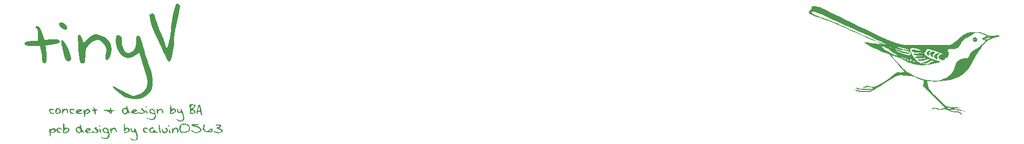
<source format=gbr>
%TF.GenerationSoftware,KiCad,Pcbnew,(7.0.0)*%
%TF.CreationDate,2023-09-12T00:15:12+02:00*%
%TF.ProjectId,tinyv pcb,74696e79-7620-4706-9362-2e6b69636164,rev?*%
%TF.SameCoordinates,Original*%
%TF.FileFunction,Legend,Top*%
%TF.FilePolarity,Positive*%
%FSLAX46Y46*%
G04 Gerber Fmt 4.6, Leading zero omitted, Abs format (unit mm)*
G04 Created by KiCad (PCBNEW (7.0.0)) date 2023-09-12 00:15:12*
%MOMM*%
%LPD*%
G01*
G04 APERTURE LIST*
G04 APERTURE END LIST*
%TO.C,G\u002A\u002A\u002A*%
G36*
X78545045Y-77082462D02*
G01*
X78863428Y-77361081D01*
X79086524Y-77703442D01*
X79132609Y-77977821D01*
X78983847Y-78207298D01*
X78697976Y-78211085D01*
X78316890Y-77994136D01*
X78164985Y-77863444D01*
X77864052Y-77493602D01*
X77798983Y-77195309D01*
X77967222Y-77009191D01*
X78221399Y-76967406D01*
X78545045Y-77082462D01*
G37*
G36*
X78609895Y-80099652D02*
G01*
X78876457Y-80522374D01*
X79181312Y-81139405D01*
X79509748Y-81935669D01*
X79533518Y-81998462D01*
X79731730Y-82561186D01*
X79808540Y-82923901D01*
X79760757Y-83153551D01*
X79585190Y-83317080D01*
X79467424Y-83384913D01*
X79190742Y-83434075D01*
X78971173Y-83271945D01*
X78781151Y-82938347D01*
X78585073Y-82381680D01*
X78402360Y-81669716D01*
X78252431Y-80870226D01*
X78220798Y-80653326D01*
X78187077Y-80148074D01*
X78250494Y-79897427D01*
X78396337Y-79886311D01*
X78609895Y-80099652D01*
G37*
G36*
X74431021Y-77635431D02*
G01*
X74654874Y-77909948D01*
X74889974Y-78408118D01*
X75134726Y-79096216D01*
X75377111Y-79838244D01*
X76509376Y-79772698D01*
X77108542Y-79748969D01*
X77487845Y-79769070D01*
X77717376Y-79842729D01*
X77850510Y-79958823D01*
X77950696Y-80207570D01*
X77788034Y-80405744D01*
X77353904Y-80558072D01*
X76639684Y-80669277D01*
X76534658Y-80680092D01*
X75514703Y-80780595D01*
X75624735Y-81173139D01*
X75679367Y-81513156D01*
X75718748Y-82035055D01*
X75734728Y-82628848D01*
X75734767Y-82657985D01*
X75724138Y-83232063D01*
X75683678Y-83574372D01*
X75600530Y-83744602D01*
X75489156Y-83798114D01*
X75237353Y-83721318D01*
X75079222Y-83538899D01*
X74967581Y-83154563D01*
X74957466Y-82836701D01*
X74946035Y-82466441D01*
X74869557Y-81962005D01*
X74805426Y-81675165D01*
X74610819Y-80908786D01*
X73475437Y-80908786D01*
X72828466Y-80890764D01*
X72417181Y-80830521D01*
X72187181Y-80718795D01*
X72153195Y-80683633D01*
X72062600Y-80421687D01*
X72227325Y-80214736D01*
X72611357Y-80098773D01*
X72749537Y-80087665D01*
X73201592Y-80069947D01*
X73707615Y-80051988D01*
X73732214Y-80051171D01*
X74284259Y-80032924D01*
X74279628Y-79011840D01*
X74257036Y-78416435D01*
X74192766Y-78084679D01*
X74092525Y-77990001D01*
X73930882Y-77871649D01*
X73910054Y-77770280D01*
X74031358Y-77591884D01*
X74198259Y-77551314D01*
X74431021Y-77635431D01*
G37*
G36*
X84306095Y-79029577D02*
G01*
X84523484Y-79100905D01*
X85385314Y-79480122D01*
X85982524Y-79955122D01*
X86332609Y-80546532D01*
X86453063Y-81274984D01*
X86452858Y-81375962D01*
X86387677Y-82101573D01*
X86232767Y-82685239D01*
X86007289Y-83075534D01*
X85766585Y-83218076D01*
X85524451Y-83164529D01*
X85436870Y-82900548D01*
X85501066Y-82409341D01*
X85581786Y-82099019D01*
X85620660Y-81532897D01*
X85460479Y-80956070D01*
X85147615Y-80441426D01*
X84728439Y-80061855D01*
X84249321Y-79890246D01*
X84174498Y-79886947D01*
X83586150Y-80022165D01*
X82998450Y-80400448D01*
X82566738Y-80860393D01*
X82356486Y-81168452D01*
X82230098Y-81473119D01*
X82164049Y-81867135D01*
X82134811Y-82443243D01*
X82131590Y-82575776D01*
X82110700Y-83167494D01*
X82070365Y-83527169D01*
X81995670Y-83714678D01*
X81871695Y-83789898D01*
X81826863Y-83798876D01*
X81514026Y-83730986D01*
X81345168Y-83597656D01*
X81261358Y-83363390D01*
X81175037Y-82890648D01*
X81091760Y-82232798D01*
X81017086Y-81443206D01*
X80956569Y-80575240D01*
X80915767Y-79682266D01*
X80907689Y-79396021D01*
X80963473Y-79081187D01*
X81118131Y-78994201D01*
X81321812Y-79111678D01*
X81524667Y-79410234D01*
X81647389Y-79743026D01*
X81809222Y-80344026D01*
X82376205Y-79831790D01*
X82801615Y-79481215D01*
X83225573Y-79183610D01*
X83383442Y-79091891D01*
X83678094Y-78964123D01*
X83944719Y-78943028D01*
X84306095Y-79029577D01*
G37*
G36*
X97423562Y-73870630D02*
G01*
X97605372Y-73973956D01*
X97743807Y-74107345D01*
X97799900Y-74294426D01*
X97780551Y-74614613D01*
X97702529Y-75092334D01*
X97593948Y-75644193D01*
X97438584Y-76364393D01*
X97261598Y-77138325D01*
X97162704Y-77551314D01*
X97005889Y-78272057D01*
X96886273Y-78973089D01*
X96819335Y-79554783D01*
X96811143Y-79813958D01*
X96797539Y-80517216D01*
X96724175Y-81258115D01*
X96604126Y-81979537D01*
X96450467Y-82624362D01*
X96276272Y-83135470D01*
X96094616Y-83455741D01*
X95959094Y-83536372D01*
X95865954Y-83411300D01*
X95669332Y-83063429D01*
X95390800Y-82533777D01*
X95051925Y-81863364D01*
X94674277Y-81093206D01*
X94673335Y-81091257D01*
X94071648Y-79819275D01*
X93602454Y-78761672D01*
X93251095Y-77880672D01*
X93002909Y-77138496D01*
X92843236Y-76497369D01*
X92802333Y-76269964D01*
X92764283Y-75870479D01*
X92835454Y-75648936D01*
X93001284Y-75524633D01*
X93294785Y-75460494D01*
X93503533Y-75646408D01*
X93646230Y-76100597D01*
X93658132Y-76164533D01*
X93740540Y-76449198D01*
X93916066Y-76943588D01*
X94162659Y-77589147D01*
X94458268Y-78327323D01*
X94620189Y-78719131D01*
X94925262Y-79466217D01*
X95185471Y-80135391D01*
X95380944Y-80672998D01*
X95491810Y-81025382D01*
X95509518Y-81120452D01*
X95561839Y-81302285D01*
X95651355Y-81266429D01*
X95738295Y-81067876D01*
X95852978Y-80659075D01*
X95981021Y-80112536D01*
X96108035Y-79500769D01*
X96219636Y-78896286D01*
X96301438Y-78371597D01*
X96339055Y-77999212D01*
X96327347Y-77859160D01*
X96314608Y-77649172D01*
X96366347Y-77225339D01*
X96467488Y-76654145D01*
X96602961Y-76002076D01*
X96757691Y-75335620D01*
X96916607Y-74721261D01*
X97064636Y-74225485D01*
X97186704Y-73914778D01*
X97236897Y-73847120D01*
X97423562Y-73870630D01*
G37*
G36*
X87872723Y-79168763D02*
G01*
X88105736Y-79336061D01*
X88176850Y-79564641D01*
X88139585Y-79906050D01*
X88142428Y-80512935D01*
X88326882Y-81081442D01*
X88618770Y-81640085D01*
X88909684Y-81946894D01*
X89248846Y-82037643D01*
X89568993Y-81984170D01*
X90037898Y-81706382D01*
X90361038Y-81189939D01*
X90528696Y-80454505D01*
X90551207Y-79996429D01*
X90562741Y-79520087D01*
X90613025Y-79267175D01*
X90726075Y-79169541D01*
X90847000Y-79157062D01*
X91021656Y-79195689D01*
X91171084Y-79339886D01*
X91314824Y-79632130D01*
X91472418Y-80114894D01*
X91663407Y-80830653D01*
X91719063Y-81052590D01*
X91881483Y-81640986D01*
X92113491Y-82398684D01*
X92382255Y-83221586D01*
X92617493Y-83901314D01*
X92892538Y-84697673D01*
X93074802Y-85309020D01*
X93182558Y-85820350D01*
X93234080Y-86316659D01*
X93247517Y-86831722D01*
X93240120Y-87442291D01*
X93197843Y-87852912D01*
X93099027Y-88155292D01*
X92922014Y-88441137D01*
X92842115Y-88548300D01*
X92259596Y-89133601D01*
X91553787Y-89495351D01*
X90678103Y-89654034D01*
X90301789Y-89665381D01*
X89562927Y-89621102D01*
X88981763Y-89475266D01*
X88683035Y-89342086D01*
X88286342Y-89102962D01*
X87838457Y-88778680D01*
X87393924Y-88416891D01*
X87007284Y-88065247D01*
X86733081Y-87771400D01*
X86625855Y-87583002D01*
X86635375Y-87553116D01*
X86797390Y-87574856D01*
X87140635Y-87722740D01*
X87599352Y-87967245D01*
X87738694Y-88048503D01*
X88228785Y-88328856D01*
X88630036Y-88538575D01*
X88871295Y-88641014D01*
X88897997Y-88645567D01*
X89111263Y-88728982D01*
X89414702Y-88930710D01*
X89427548Y-88940745D01*
X89761825Y-89134392D01*
X90145327Y-89171251D01*
X90404080Y-89139775D01*
X91212831Y-88885810D01*
X91833358Y-88431359D01*
X92239644Y-87808625D01*
X92405674Y-87049812D01*
X92395305Y-86674878D01*
X92333868Y-86339466D01*
X92204487Y-85805863D01*
X92026309Y-85139540D01*
X91818482Y-84405966D01*
X91600153Y-83670612D01*
X91390470Y-82998946D01*
X91208582Y-82456439D01*
X91073634Y-82108561D01*
X91041356Y-82045432D01*
X90908760Y-82060042D01*
X90679291Y-82240698D01*
X90335214Y-82503602D01*
X89901972Y-82739403D01*
X89866620Y-82754570D01*
X89211716Y-82894274D01*
X88606998Y-82770820D01*
X88078187Y-82411980D01*
X87651006Y-81845523D01*
X87351176Y-81099219D01*
X87204420Y-80200840D01*
X87193962Y-79869067D01*
X87235976Y-79349196D01*
X87376010Y-79089281D01*
X87635049Y-79067669D01*
X87872723Y-79168763D01*
G37*
G36*
X86371578Y-90940712D02*
G01*
X86359597Y-90992603D01*
X86313388Y-90998903D01*
X86241543Y-90966966D01*
X86255198Y-90940712D01*
X86358785Y-90930266D01*
X86371578Y-90940712D01*
G37*
G36*
X92229784Y-90867642D02*
G01*
X92316066Y-90982537D01*
X92278077Y-91071574D01*
X92212415Y-91086188D01*
X92092175Y-91015910D01*
X92074213Y-90947986D01*
X92125093Y-90852400D01*
X92229784Y-90867642D01*
G37*
G36*
X84511353Y-94043487D02*
G01*
X84524041Y-94053885D01*
X84632520Y-94158474D01*
X84654969Y-94195501D01*
X84583685Y-94224814D01*
X84524041Y-94228456D01*
X84410843Y-94157780D01*
X84393113Y-94086840D01*
X84416071Y-93994218D01*
X84511353Y-94043487D01*
G37*
G36*
X96011019Y-94029671D02*
G01*
X96082229Y-94158052D01*
X96081784Y-94260493D01*
X96078295Y-94263913D01*
X95979447Y-94265338D01*
X95936584Y-94252875D01*
X95846642Y-94161893D01*
X95834415Y-94037658D01*
X95905712Y-93967315D01*
X95917502Y-93966600D01*
X96011019Y-94029671D01*
G37*
G36*
X92233384Y-91508225D02*
G01*
X92330814Y-91680472D01*
X92404284Y-91882412D01*
X92423354Y-92006790D01*
X92370639Y-92118946D01*
X92268287Y-92111474D01*
X92209692Y-92024504D01*
X92134614Y-91731806D01*
X92110307Y-91522661D01*
X92140972Y-91435830D01*
X92145825Y-91435329D01*
X92233384Y-91508225D01*
G37*
G36*
X96065729Y-94748205D02*
G01*
X96122658Y-94872760D01*
X96195887Y-95096780D01*
X96204886Y-95264309D01*
X96161376Y-95343444D01*
X96077080Y-95302284D01*
X96004753Y-95193648D01*
X95938796Y-94960722D01*
X95936736Y-94769672D01*
X95961293Y-94631807D01*
X95996316Y-94620229D01*
X96065729Y-94748205D01*
G37*
G36*
X84565126Y-94602736D02*
G01*
X84567684Y-94610580D01*
X84598106Y-94704388D01*
X84673756Y-94896781D01*
X84699783Y-94959721D01*
X84777492Y-95163591D01*
X84780243Y-95254114D01*
X84707651Y-95275785D01*
X84697044Y-95275878D01*
X84558238Y-95215875D01*
X84528592Y-95166772D01*
X84449254Y-94854158D01*
X84432770Y-94648657D01*
X84478736Y-94577597D01*
X84565126Y-94602736D01*
G37*
G36*
X94329723Y-93914363D02*
G01*
X94411860Y-94043751D01*
X94431859Y-94168143D01*
X94457389Y-94362538D01*
X94521194Y-94640580D01*
X94563616Y-94790616D01*
X94623400Y-95059159D01*
X94627603Y-95251300D01*
X94584584Y-95340456D01*
X94502703Y-95300042D01*
X94435671Y-95197482D01*
X94372243Y-95017790D01*
X94320654Y-94763558D01*
X94284666Y-94480356D01*
X94268042Y-94213754D01*
X94274544Y-94009321D01*
X94307936Y-93912629D01*
X94329723Y-93914363D01*
G37*
G36*
X92300381Y-94450644D02*
G01*
X92465639Y-94566605D01*
X92510639Y-94674757D01*
X92440269Y-94690276D01*
X92268479Y-94645353D01*
X92244856Y-94636681D01*
X92046448Y-94580769D01*
X91937521Y-94615826D01*
X91899217Y-94665571D01*
X91874832Y-94845951D01*
X91987711Y-95023621D01*
X92204527Y-95158812D01*
X92346199Y-95198924D01*
X92522843Y-95233105D01*
X92548741Y-95250491D01*
X92414503Y-95259781D01*
X92275554Y-95264388D01*
X92007544Y-95248332D01*
X91841883Y-95162695D01*
X91773664Y-95081886D01*
X91651967Y-94809169D01*
X91681645Y-94586223D01*
X91849843Y-94442084D01*
X92074213Y-94403026D01*
X92300381Y-94450644D01*
G37*
G36*
X80163277Y-91299526D02*
G01*
X80273251Y-91365500D01*
X80371505Y-91504545D01*
X80340416Y-91565700D01*
X80209161Y-91525685D01*
X79981041Y-91446540D01*
X79788235Y-91449997D01*
X79685121Y-91531889D01*
X79679711Y-91566256D01*
X79748743Y-91750009D01*
X79912732Y-91918507D01*
X80107017Y-92016709D01*
X80211492Y-92018924D01*
X80346328Y-92016503D01*
X80377993Y-92054497D01*
X80306344Y-92121790D01*
X80132793Y-92136113D01*
X79919435Y-92104330D01*
X79728364Y-92033305D01*
X79649597Y-91973988D01*
X79537609Y-91770322D01*
X79511435Y-91545930D01*
X79571726Y-91367971D01*
X79643207Y-91313739D01*
X79913654Y-91262754D01*
X80163277Y-91299526D01*
G37*
G36*
X95637726Y-94469582D02*
G01*
X95744264Y-94633046D01*
X95798224Y-94846754D01*
X95782491Y-95018256D01*
X95673194Y-95143138D01*
X95465833Y-95265811D01*
X95233242Y-95348458D01*
X95118183Y-95363164D01*
X95023678Y-95297622D01*
X94903373Y-95145587D01*
X94804992Y-94869273D01*
X94826823Y-94687339D01*
X94892835Y-94446669D01*
X94958656Y-94741629D01*
X95065392Y-95019285D01*
X95223479Y-95132725D01*
X95408170Y-95092147D01*
X95527930Y-94967230D01*
X95562166Y-94810774D01*
X95507808Y-94690922D01*
X95427420Y-94664882D01*
X95329875Y-94618654D01*
X95345319Y-94521207D01*
X95453741Y-94434392D01*
X95507137Y-94418496D01*
X95637726Y-94469582D01*
G37*
G36*
X76802218Y-91317143D02*
G01*
X76942118Y-91429807D01*
X76959794Y-91478971D01*
X76964843Y-91595208D01*
X76896078Y-91561797D01*
X76877599Y-91544435D01*
X76701615Y-91447617D01*
X76516189Y-91440894D01*
X76386655Y-91517673D01*
X76362873Y-91596371D01*
X76434883Y-91804308D01*
X76608083Y-91961106D01*
X76818228Y-92016072D01*
X76880329Y-92004668D01*
X77025649Y-91993726D01*
X77061155Y-92040443D01*
X76983714Y-92098683D01*
X76790167Y-92131174D01*
X76710602Y-92133610D01*
X76472247Y-92115586D01*
X76332782Y-92031266D01*
X76217785Y-91835279D01*
X76216366Y-91832305D01*
X76129847Y-91615681D01*
X76133349Y-91478346D01*
X76188486Y-91391465D01*
X76358237Y-91290352D01*
X76585203Y-91268118D01*
X76802218Y-91317143D01*
G37*
G36*
X79101808Y-91328477D02*
G01*
X79270867Y-91498417D01*
X79315258Y-91640700D01*
X79314198Y-91875931D01*
X79278502Y-92031877D01*
X79228026Y-92090101D01*
X79185552Y-91995669D01*
X79162887Y-91880794D01*
X79084230Y-91649802D01*
X78962272Y-91493305D01*
X78954140Y-91488010D01*
X78817376Y-91445156D01*
X78688218Y-91527719D01*
X78626820Y-91597748D01*
X78502490Y-91816810D01*
X78457718Y-92012352D01*
X78438618Y-92192247D01*
X78392139Y-92223628D01*
X78334517Y-92127014D01*
X78281985Y-91922926D01*
X78260172Y-91762648D01*
X78239220Y-91433937D01*
X78258336Y-91272387D01*
X78318226Y-91275088D01*
X78363481Y-91336795D01*
X78445811Y-91407081D01*
X78578288Y-91360768D01*
X78616343Y-91337745D01*
X78864337Y-91266556D01*
X79101808Y-91328477D01*
G37*
G36*
X86992754Y-94437347D02*
G01*
X87131714Y-94518796D01*
X87283776Y-94687668D01*
X87362875Y-94908917D01*
X87355886Y-95116506D01*
X87273526Y-95232236D01*
X87208333Y-95201833D01*
X87186240Y-95069051D01*
X87132057Y-94841680D01*
X86999260Y-94677250D01*
X86832481Y-94624444D01*
X86788506Y-94635217D01*
X86614312Y-94783738D01*
X86505494Y-95032272D01*
X86487959Y-95182855D01*
X86452451Y-95327777D01*
X86400673Y-95363164D01*
X86326185Y-95291071D01*
X86312428Y-95210415D01*
X86300646Y-95026552D01*
X86272754Y-94766330D01*
X86265369Y-94708525D01*
X86244806Y-94499659D01*
X86264042Y-94440035D01*
X86323785Y-94500145D01*
X86413423Y-94589145D01*
X86523220Y-94579127D01*
X86665459Y-94504797D01*
X86849296Y-94419143D01*
X86992754Y-94437347D01*
G37*
G36*
X94068134Y-91332171D02*
G01*
X94081773Y-91405214D01*
X94094248Y-91501062D01*
X94161430Y-91474848D01*
X94241395Y-91405214D01*
X94483489Y-91280118D01*
X94725403Y-91301841D01*
X94923110Y-91448229D01*
X95032580Y-91697130D01*
X95041911Y-91808012D01*
X95012175Y-92014860D01*
X94946263Y-92082079D01*
X94879114Y-92000072D01*
X94851173Y-91860393D01*
X94787921Y-91636940D01*
X94676058Y-91491443D01*
X94501566Y-91468270D01*
X94331006Y-91575197D01*
X94206726Y-91772037D01*
X94169058Y-91972568D01*
X94142512Y-92150492D01*
X94081773Y-92220896D01*
X94007284Y-92148803D01*
X93993527Y-92068146D01*
X93978965Y-91881913D01*
X93944533Y-91625720D01*
X93938464Y-91588078D01*
X93922316Y-91346287D01*
X93979207Y-91260890D01*
X93983067Y-91260758D01*
X94068134Y-91332171D01*
G37*
G36*
X97243381Y-94463067D02*
G01*
X97453379Y-94598962D01*
X97511530Y-94673193D01*
X97554770Y-94840622D01*
X97537727Y-95045149D01*
X97474916Y-95214158D01*
X97391067Y-95275878D01*
X97338346Y-95208554D01*
X97351066Y-95113605D01*
X97361264Y-94864249D01*
X97244164Y-94673942D01*
X97161027Y-94625884D01*
X96983383Y-94638711D01*
X96820173Y-94775944D01*
X96716162Y-94990073D01*
X96700330Y-95114836D01*
X96667782Y-95313455D01*
X96578290Y-95360175D01*
X96496664Y-95304974D01*
X96463786Y-95190765D01*
X96444030Y-94963329D01*
X96441250Y-94803083D01*
X96448522Y-94551402D01*
X96472889Y-94448475D01*
X96524454Y-94468626D01*
X96557232Y-94508375D01*
X96655551Y-94608925D01*
X96748952Y-94575374D01*
X96814939Y-94512864D01*
X97007551Y-94429070D01*
X97243381Y-94463067D01*
G37*
G36*
X86379003Y-91160885D02*
G01*
X86400673Y-91304401D01*
X86416762Y-91437022D01*
X86495433Y-91503606D01*
X86682297Y-91529481D01*
X86815278Y-91534633D01*
X87229883Y-91546652D01*
X86817197Y-91636189D01*
X86570838Y-91698701D01*
X86458726Y-91765376D01*
X86442619Y-91867261D01*
X86455697Y-91929668D01*
X86468687Y-92090699D01*
X86388465Y-92112750D01*
X86209801Y-91995752D01*
X86126949Y-91925386D01*
X85885668Y-91777439D01*
X85588836Y-91674968D01*
X85537773Y-91665257D01*
X85271467Y-91602777D01*
X85166321Y-91537408D01*
X85209815Y-91483847D01*
X85389426Y-91456793D01*
X85692635Y-91470943D01*
X85702392Y-91472031D01*
X85991562Y-91501500D01*
X86148072Y-91497929D01*
X86212642Y-91448622D01*
X86225995Y-91340882D01*
X86226103Y-91308735D01*
X86255451Y-91142637D01*
X86313388Y-91086188D01*
X86379003Y-91160885D01*
G37*
G36*
X77211571Y-91879176D02*
G01*
X77367774Y-91879176D01*
X77411177Y-91948262D01*
X77580058Y-91945395D01*
X77611293Y-91942405D01*
X77809189Y-91898621D01*
X77883715Y-91792557D01*
X77890364Y-91706697D01*
X77841555Y-91535935D01*
X77728852Y-91396036D01*
X77602846Y-91337293D01*
X77542717Y-91361098D01*
X77485847Y-91472912D01*
X77416559Y-91675525D01*
X77412208Y-91690517D01*
X77367774Y-91879176D01*
X77211571Y-91879176D01*
X77193797Y-91655946D01*
X77238175Y-91383746D01*
X77369830Y-91230397D01*
X77598838Y-91174747D01*
X77652885Y-91173473D01*
X77864477Y-91243579D01*
X78018793Y-91418085D01*
X78098117Y-91643271D01*
X78084732Y-91865417D01*
X77960920Y-92030805D01*
X77939745Y-92043254D01*
X77756867Y-92102986D01*
X77533302Y-92130419D01*
X77335637Y-92123227D01*
X77230457Y-92079088D01*
X77226618Y-92068146D01*
X77211571Y-91879176D01*
G37*
G36*
X83621488Y-91063385D02*
G01*
X83700420Y-91231814D01*
X83816542Y-91397259D01*
X83978713Y-91422059D01*
X84141548Y-91434157D01*
X84199435Y-91481303D01*
X84145525Y-91555594D01*
X84021044Y-91592138D01*
X83886014Y-91633462D01*
X83842235Y-91745834D01*
X83853310Y-91919458D01*
X83853494Y-92134875D01*
X83796272Y-92220650D01*
X83791666Y-92220896D01*
X83690750Y-92189347D01*
X83683921Y-92177253D01*
X83654892Y-92061137D01*
X83651189Y-92046325D01*
X83627627Y-91890799D01*
X83618457Y-91784470D01*
X83565206Y-91655222D01*
X83398516Y-91611031D01*
X83345691Y-91609899D01*
X83161833Y-91584616D01*
X83083855Y-91523700D01*
X83083835Y-91522614D01*
X83158852Y-91458163D01*
X83312959Y-91435329D01*
X83468617Y-91417429D01*
X83511734Y-91328138D01*
X83488843Y-91169134D01*
X83478909Y-90993603D01*
X83531716Y-90960899D01*
X83621488Y-91063385D01*
G37*
G36*
X93394625Y-94460739D02*
G01*
X93461169Y-94560760D01*
X93399935Y-94580557D01*
X93282200Y-94561622D01*
X93068828Y-94589863D01*
X92937928Y-94731245D01*
X92921622Y-94931760D01*
X92983922Y-95063146D01*
X93138019Y-95166539D01*
X93292159Y-95130851D01*
X93379757Y-94978356D01*
X93383491Y-94929477D01*
X93437427Y-94785157D01*
X93514419Y-94752167D01*
X93629616Y-94822210D01*
X93645347Y-94885277D01*
X93723740Y-94999371D01*
X93905786Y-95070475D01*
X94087020Y-95131871D01*
X94111019Y-95197070D01*
X93993568Y-95246656D01*
X93750711Y-95261223D01*
X93484145Y-95270251D01*
X93267458Y-95305768D01*
X93252563Y-95310452D01*
X93030813Y-95304624D01*
X92881601Y-95230594D01*
X92717278Y-95026293D01*
X92709203Y-94782089D01*
X92857086Y-94535349D01*
X92887227Y-94505526D01*
X93092709Y-94349259D01*
X93248885Y-94337308D01*
X93394625Y-94460739D01*
G37*
G36*
X80655446Y-91587794D02*
G01*
X80888895Y-91587794D01*
X80901743Y-91631639D01*
X81060148Y-91625723D01*
X81095354Y-91620272D01*
X81268252Y-91586148D01*
X81279345Y-91561534D01*
X81175314Y-91540311D01*
X80983157Y-91545278D01*
X80888895Y-91587794D01*
X80655446Y-91587794D01*
X80767016Y-91475237D01*
X81024524Y-91369610D01*
X81226624Y-91348043D01*
X81420842Y-91357805D01*
X81511771Y-91381601D01*
X81512701Y-91384547D01*
X81539791Y-91487371D01*
X81563637Y-91553789D01*
X81548865Y-91653774D01*
X81400545Y-91738721D01*
X81236318Y-91790230D01*
X81017677Y-91857933D01*
X80950508Y-91906948D01*
X81015262Y-91953614D01*
X81032632Y-91960468D01*
X81251371Y-91995286D01*
X81447237Y-91982111D01*
X81630613Y-91978193D01*
X81687271Y-92035415D01*
X81610556Y-92094027D01*
X81418522Y-92126100D01*
X81168334Y-92131997D01*
X80917157Y-92112081D01*
X80722158Y-92066716D01*
X80657306Y-92028868D01*
X80557313Y-91836071D01*
X80602581Y-91641126D01*
X80655446Y-91587794D01*
G37*
G36*
X80565762Y-94733687D02*
G01*
X80743867Y-94733687D01*
X80801073Y-94975946D01*
X80943104Y-95148975D01*
X81112472Y-95183640D01*
X81255492Y-95080658D01*
X81302572Y-94969247D01*
X81296583Y-94720965D01*
X81165288Y-94545922D01*
X80975563Y-94490311D01*
X80805990Y-94557569D01*
X80743867Y-94733687D01*
X80565762Y-94733687D01*
X80561610Y-94672358D01*
X80669819Y-94437032D01*
X80758478Y-94359416D01*
X80958295Y-94277606D01*
X81107619Y-94279457D01*
X81212078Y-94281707D01*
X81251031Y-94155215D01*
X81253621Y-94085045D01*
X81262578Y-93917689D01*
X81303632Y-93906764D01*
X81384549Y-94005104D01*
X81488184Y-94227253D01*
X81512701Y-94380401D01*
X81567495Y-94655271D01*
X81704015Y-94938374D01*
X81880464Y-95148944D01*
X81927304Y-95181601D01*
X82007251Y-95250262D01*
X81961996Y-95273028D01*
X81834899Y-95249405D01*
X81679472Y-95184419D01*
X81503329Y-95144129D01*
X81373478Y-95228062D01*
X81145473Y-95351464D01*
X80895682Y-95311562D01*
X80727134Y-95188593D01*
X80579947Y-94943189D01*
X80565762Y-94733687D01*
G37*
G36*
X78460962Y-95096496D02*
G01*
X78632108Y-95096496D01*
X78669737Y-95189810D01*
X78827179Y-95167496D01*
X79073049Y-95055424D01*
X79269923Y-94908322D01*
X79324125Y-94761712D01*
X79227116Y-94645959D01*
X79192504Y-94630578D01*
X78982045Y-94583920D01*
X78835844Y-94658962D01*
X78705918Y-94880545D01*
X78704760Y-94883095D01*
X78632108Y-95096496D01*
X78460962Y-95096496D01*
X78452630Y-94998793D01*
X78444715Y-94701725D01*
X78447215Y-94375830D01*
X78459714Y-94069559D01*
X78481797Y-93831363D01*
X78513051Y-93709695D01*
X78515099Y-93707272D01*
X78585931Y-93719196D01*
X78657426Y-93851953D01*
X78707554Y-94053286D01*
X78718237Y-94189108D01*
X78733402Y-94366667D01*
X78811953Y-94430439D01*
X79007217Y-94421670D01*
X79017390Y-94420489D01*
X79247402Y-94422584D01*
X79397557Y-94522361D01*
X79464141Y-94613023D01*
X79548921Y-94819327D01*
X79492290Y-94990206D01*
X79281719Y-95146389D01*
X79086825Y-95237279D01*
X78813602Y-95333827D01*
X78622834Y-95347886D01*
X78501361Y-95312644D01*
X78471374Y-95218583D01*
X78460962Y-95096496D01*
G37*
G36*
X96117999Y-91951132D02*
G01*
X96308881Y-91951132D01*
X96319540Y-92028081D01*
X96438380Y-92008149D01*
X96666208Y-91917045D01*
X96873553Y-91785613D01*
X96952704Y-91642989D01*
X96900186Y-91527885D01*
X96712525Y-91479010D01*
X96705530Y-91478971D01*
X96527603Y-91532684D01*
X96398158Y-91718331D01*
X96379155Y-91762648D01*
X96308881Y-91951132D01*
X96117999Y-91951132D01*
X96118236Y-91950097D01*
X96146399Y-91759388D01*
X96166902Y-91458428D01*
X96175405Y-91111503D01*
X96175427Y-91102858D01*
X96186934Y-90758729D01*
X96218432Y-90560060D01*
X96263904Y-90518834D01*
X96316757Y-90631802D01*
X96347776Y-90853373D01*
X96351189Y-90963482D01*
X96357958Y-91199557D01*
X96391427Y-91296125D01*
X96471344Y-91288111D01*
X96520771Y-91263428D01*
X96748841Y-91228167D01*
X96987410Y-91312233D01*
X97160378Y-91483377D01*
X97187859Y-91546119D01*
X97173384Y-91754135D01*
X97011122Y-91933647D01*
X96727707Y-92063395D01*
X96478346Y-92112466D01*
X96230119Y-92135577D01*
X96115878Y-92119117D01*
X96096414Y-92045409D01*
X96117999Y-91951132D01*
G37*
G36*
X88497279Y-95130478D02*
G01*
X88540938Y-95130478D01*
X88554903Y-95164740D01*
X88700645Y-95158996D01*
X88756205Y-95150351D01*
X88998613Y-95080484D01*
X89174982Y-94982526D01*
X89182746Y-94975200D01*
X89262302Y-94803355D01*
X89202443Y-94648737D01*
X89030337Y-94577760D01*
X89020098Y-94577597D01*
X88841167Y-94659101D01*
X88735459Y-94817631D01*
X88630723Y-95015084D01*
X88540938Y-95130478D01*
X88497279Y-95130478D01*
X88482297Y-94961943D01*
X88477352Y-94664775D01*
X88486089Y-94343757D01*
X88507028Y-94045981D01*
X88538688Y-93818539D01*
X88579587Y-93708522D01*
X88589217Y-93704744D01*
X88638247Y-93782584D01*
X88666970Y-93978712D01*
X88670089Y-94082411D01*
X88676851Y-94316569D01*
X88719749Y-94419482D01*
X88832706Y-94434458D01*
X88935388Y-94421139D01*
X89234510Y-94450387D01*
X89371814Y-94537070D01*
X89527525Y-94746202D01*
X89510761Y-94937543D01*
X89320849Y-95113287D01*
X89171979Y-95190944D01*
X88890698Y-95309586D01*
X88714120Y-95353278D01*
X88593421Y-95330151D01*
X88539161Y-95296363D01*
X88502407Y-95188169D01*
X88497279Y-95130478D01*
G37*
G36*
X102422419Y-94937425D02*
G01*
X102635725Y-94937425D01*
X102703149Y-95002176D01*
X102849802Y-95007819D01*
X102992257Y-94958633D01*
X103034540Y-94916979D01*
X103035867Y-94802401D01*
X102931639Y-94731852D01*
X102790676Y-94741119D01*
X102747759Y-94767848D01*
X102648998Y-94890356D01*
X102635725Y-94937425D01*
X102422419Y-94937425D01*
X102505921Y-94817631D01*
X102671643Y-94643581D01*
X102842750Y-94592594D01*
X103093480Y-94609333D01*
X103218246Y-94718836D01*
X103200386Y-94899049D01*
X103138210Y-95070143D01*
X103123332Y-95137677D01*
X103094721Y-95200788D01*
X103001091Y-95230366D01*
X102807902Y-95229274D01*
X102480611Y-95200374D01*
X102430177Y-95195120D01*
X102013974Y-95101204D01*
X101732454Y-94926395D01*
X101598184Y-94679894D01*
X101588302Y-94578838D01*
X101614288Y-94287605D01*
X101681003Y-94043915D01*
X101771584Y-93898881D01*
X101819089Y-93879315D01*
X101897796Y-93926606D01*
X101884510Y-94090494D01*
X101877170Y-94119349D01*
X101824413Y-94499033D01*
X101887404Y-94780188D01*
X101989594Y-94900110D01*
X102226303Y-95006242D01*
X102413079Y-94950825D01*
X102422419Y-94937425D01*
G37*
G36*
X81861024Y-91943645D02*
G01*
X82164387Y-91943645D01*
X82173681Y-91969299D01*
X82262012Y-92039690D01*
X82402915Y-91998520D01*
X82540702Y-91910448D01*
X82700773Y-91743997D01*
X82719259Y-91590187D01*
X82606977Y-91492281D01*
X82478247Y-91520579D01*
X82326662Y-91643671D01*
X82204587Y-91803909D01*
X82164387Y-91943645D01*
X81861024Y-91943645D01*
X81837891Y-91790092D01*
X81825575Y-91719006D01*
X81798216Y-91456525D01*
X81838806Y-91350768D01*
X81854170Y-91348043D01*
X81938367Y-91418617D01*
X81949127Y-91478971D01*
X81995925Y-91596843D01*
X82111741Y-91574552D01*
X82203154Y-91488404D01*
X82420827Y-91337361D01*
X82662829Y-91338034D01*
X82828457Y-91441806D01*
X82953700Y-91596273D01*
X82996550Y-91697184D01*
X82921517Y-91860479D01*
X82737974Y-92015124D01*
X82508255Y-92116597D01*
X82385553Y-92133610D01*
X82200081Y-92155239D01*
X82131720Y-92257260D01*
X82123698Y-92395466D01*
X82093360Y-92565122D01*
X82026365Y-92663228D01*
X81958737Y-92652190D01*
X81935491Y-92591858D01*
X81919507Y-92461628D01*
X81906897Y-92308181D01*
X81881687Y-92080800D01*
X81861024Y-91943645D01*
G37*
G36*
X89786158Y-94477042D02*
G01*
X89806134Y-94599418D01*
X89840496Y-94813246D01*
X89884610Y-94917635D01*
X90008465Y-95000823D01*
X90142000Y-94952558D01*
X90230571Y-94803673D01*
X90241223Y-94716415D01*
X90262902Y-94510636D01*
X90323609Y-94467073D01*
X90416855Y-94579412D01*
X90536147Y-94841340D01*
X90624836Y-95089587D01*
X90772331Y-95581822D01*
X90840047Y-95944074D01*
X90828598Y-96201321D01*
X90738597Y-96378539D01*
X90658228Y-96449280D01*
X90341959Y-96572317D01*
X89990994Y-96526243D01*
X89735674Y-96398228D01*
X89540922Y-96253679D01*
X89495340Y-96178533D01*
X89583721Y-96183409D01*
X89790858Y-96278930D01*
X89854439Y-96315275D01*
X90176630Y-96448318D01*
X90419256Y-96432523D01*
X90571192Y-96279645D01*
X90621313Y-96001441D01*
X90558495Y-95609668D01*
X90550111Y-95580119D01*
X90466744Y-95312744D01*
X90394786Y-95177627D01*
X90300056Y-95138516D01*
X90152450Y-95158341D01*
X89903230Y-95161288D01*
X89761371Y-95101488D01*
X89682044Y-94966820D01*
X89638422Y-94765663D01*
X89634634Y-94563752D01*
X89674808Y-94426823D01*
X89717512Y-94403026D01*
X89786158Y-94477042D01*
G37*
G36*
X100612990Y-91530473D02*
G01*
X100815658Y-91530473D01*
X100872490Y-91604197D01*
X100922752Y-91609899D01*
X101025474Y-91555100D01*
X101063462Y-91369976D01*
X101064591Y-91309552D01*
X101041462Y-91092141D01*
X100985006Y-90961186D01*
X100977306Y-90955260D01*
X100896603Y-90955933D01*
X100890021Y-90982841D01*
X100874098Y-91119875D01*
X100835779Y-91335570D01*
X100835467Y-91337133D01*
X100815658Y-91530473D01*
X100612990Y-91530473D01*
X100669196Y-91198345D01*
X100760839Y-90840132D01*
X100860148Y-90632244D01*
X100971260Y-90562561D01*
X100975618Y-90562476D01*
X101059905Y-90602187D01*
X101138267Y-90734503D01*
X101216936Y-90979196D01*
X101302142Y-91356040D01*
X101400113Y-91884809D01*
X101409736Y-91940328D01*
X101431054Y-92178084D01*
X101410553Y-92340332D01*
X101358073Y-92391711D01*
X101300903Y-92331426D01*
X101254410Y-92203644D01*
X101205924Y-92024504D01*
X101104975Y-91844914D01*
X100952899Y-91779043D01*
X100808273Y-91835133D01*
X100740741Y-91959040D01*
X100673371Y-92124838D01*
X100611991Y-92140019D01*
X100572353Y-92028266D01*
X100570208Y-91813261D01*
X100581084Y-91719006D01*
X100612990Y-91530473D01*
G37*
G36*
X97686487Y-94769300D02*
G01*
X97885395Y-94769300D01*
X97895368Y-94833089D01*
X98022327Y-95007015D01*
X98264879Y-95096692D01*
X98584391Y-95099652D01*
X98942226Y-95013428D01*
X99166137Y-94914231D01*
X99285512Y-94762946D01*
X99313123Y-94526574D01*
X99246893Y-94269796D01*
X99189995Y-94170566D01*
X98995424Y-93999185D01*
X98752331Y-93917538D01*
X98530297Y-93944255D01*
X98474675Y-93979050D01*
X98351744Y-94039351D01*
X98264811Y-93960987D01*
X98185248Y-93880818D01*
X98103965Y-93956525D01*
X98097207Y-93966600D01*
X97982128Y-94212440D01*
X97904765Y-94509024D01*
X97885395Y-94769300D01*
X97686487Y-94769300D01*
X97687150Y-94469149D01*
X97789047Y-94098864D01*
X97987452Y-93866115D01*
X98300024Y-93756563D01*
X98579198Y-93744842D01*
X98984860Y-93798477D01*
X99227948Y-93919652D01*
X99383200Y-94152876D01*
X99471670Y-94464878D01*
X99470281Y-94765423D01*
X99457220Y-94816120D01*
X99322627Y-94989394D01*
X99067619Y-95142452D01*
X98746334Y-95257683D01*
X98412906Y-95317473D01*
X98121473Y-95304211D01*
X98037135Y-95278109D01*
X97802473Y-95092123D01*
X97686438Y-94791636D01*
X97686487Y-94769300D01*
G37*
G36*
X88146603Y-91542945D02*
G01*
X88421221Y-91542945D01*
X88449373Y-91772881D01*
X88545396Y-91909163D01*
X88716427Y-92031654D01*
X88846933Y-91992096D01*
X88949513Y-91824412D01*
X89002892Y-91642871D01*
X88940082Y-91498268D01*
X88865115Y-91416991D01*
X88715697Y-91296337D01*
X88601997Y-91302813D01*
X88543921Y-91344094D01*
X88421221Y-91542945D01*
X88146603Y-91542945D01*
X88200561Y-91432168D01*
X88330832Y-91270258D01*
X88330849Y-91270239D01*
X88532559Y-91125939D01*
X88723633Y-91124516D01*
X88874587Y-91138772D01*
X88927399Y-91044826D01*
X88931945Y-90939466D01*
X88954045Y-90785720D01*
X89008188Y-90775224D01*
X89076138Y-90884056D01*
X89139662Y-91088293D01*
X89168485Y-91249786D01*
X89261627Y-91568392D01*
X89424279Y-91833051D01*
X89428287Y-91837422D01*
X89569545Y-92021466D01*
X89580661Y-92112444D01*
X89468946Y-92094414D01*
X89343244Y-92022841D01*
X89187789Y-91938194D01*
X89096476Y-91967550D01*
X89034282Y-92054660D01*
X88854446Y-92195523D01*
X88596401Y-92190081D01*
X88515504Y-92162476D01*
X88403910Y-92057978D01*
X88275581Y-91865885D01*
X88175626Y-91661853D01*
X88146378Y-91543407D01*
X88146603Y-91542945D01*
G37*
G36*
X97467258Y-91334774D02*
G01*
X97487233Y-91457150D01*
X97532678Y-91705596D01*
X97648464Y-91841074D01*
X97782586Y-91843571D01*
X97891666Y-91715458D01*
X97922323Y-91525353D01*
X97941196Y-91317056D01*
X97995597Y-91274881D01*
X98082203Y-91394758D01*
X98197690Y-91672617D01*
X98304819Y-91993638D01*
X98440346Y-92451949D01*
X98512036Y-92778276D01*
X98517726Y-93003947D01*
X98455256Y-93160290D01*
X98322462Y-93278633D01*
X98211738Y-93342537D01*
X97938533Y-93432577D01*
X97668200Y-93389557D01*
X97420433Y-93258276D01*
X97238062Y-93123245D01*
X97141412Y-93016124D01*
X97136756Y-92999174D01*
X97201079Y-92989433D01*
X97361334Y-93060373D01*
X97420433Y-93094705D01*
X97759829Y-93243846D01*
X98028309Y-93234868D01*
X98222308Y-93070770D01*
X98292340Y-92934787D01*
X98305067Y-92786746D01*
X98259928Y-92565529D01*
X98216241Y-92410970D01*
X98133282Y-92147955D01*
X98061131Y-92017266D01*
X97964806Y-91982773D01*
X97823384Y-92005242D01*
X97573689Y-92012711D01*
X97438679Y-91956073D01*
X97361042Y-91822381D01*
X97318991Y-91621692D01*
X97316340Y-91420152D01*
X97356899Y-91283902D01*
X97398612Y-91260758D01*
X97467258Y-91334774D01*
G37*
G36*
X92716425Y-91684521D02*
G01*
X92909201Y-91684521D01*
X92997791Y-91845582D01*
X93112319Y-91927103D01*
X93317155Y-91986837D01*
X93486928Y-91969749D01*
X93558061Y-91882298D01*
X93558062Y-91881838D01*
X93489589Y-91706581D01*
X93329909Y-91542907D01*
X93147634Y-91453984D01*
X93091386Y-91452184D01*
X92939579Y-91534776D01*
X92909201Y-91684521D01*
X92716425Y-91684521D01*
X92716971Y-91539826D01*
X92846520Y-91352170D01*
X93068180Y-91268080D01*
X93345524Y-91310785D01*
X93432477Y-91350903D01*
X93591731Y-91521152D01*
X93719215Y-91819283D01*
X93799652Y-92199387D01*
X93819917Y-92515068D01*
X93746942Y-92820837D01*
X93551159Y-93038347D01*
X93267281Y-93154584D01*
X92930020Y-93156532D01*
X92574091Y-93031178D01*
X92522616Y-93001433D01*
X92325728Y-92858237D01*
X92282801Y-92778991D01*
X92384769Y-92782784D01*
X92585478Y-92869099D01*
X92953483Y-92993820D01*
X93265897Y-92974580D01*
X93498585Y-92822820D01*
X93627412Y-92549979D01*
X93645347Y-92366706D01*
X93624499Y-92192777D01*
X93545662Y-92156882D01*
X93501097Y-92170287D01*
X93261053Y-92187539D01*
X93001917Y-92102233D01*
X92794379Y-91947004D01*
X92715960Y-91807820D01*
X92716425Y-91684521D01*
G37*
G36*
X104396525Y-93904253D02*
G01*
X104505218Y-93932296D01*
X104626723Y-94048318D01*
X104619544Y-94209605D01*
X104491883Y-94353089D01*
X104447448Y-94376449D01*
X104327491Y-94438676D01*
X104330931Y-94492997D01*
X104472052Y-94577669D01*
X104534733Y-94610242D01*
X104719655Y-94714240D01*
X104814537Y-94783964D01*
X104817856Y-94790912D01*
X104844856Y-94891533D01*
X104868573Y-94957341D01*
X104837700Y-95088896D01*
X104675168Y-95213920D01*
X104423295Y-95311528D01*
X104124402Y-95360832D01*
X104046293Y-95363164D01*
X103680446Y-95295308D01*
X103496426Y-95181287D01*
X103370697Y-95063081D01*
X103375196Y-95035365D01*
X103464935Y-95063660D01*
X103791459Y-95149567D01*
X104115307Y-95178629D01*
X104393595Y-95154082D01*
X104583438Y-95079157D01*
X104643285Y-94974817D01*
X104567673Y-94878118D01*
X104371691Y-94759390D01*
X104185038Y-94678217D01*
X103726790Y-94504782D01*
X104054110Y-94365447D01*
X104295062Y-94239706D01*
X104364727Y-94143435D01*
X104264486Y-94080400D01*
X103995720Y-94054366D01*
X103939852Y-94053885D01*
X103676935Y-94038756D01*
X103553950Y-93996707D01*
X103552220Y-93966600D01*
X103666380Y-93915008D01*
X103888672Y-93885853D01*
X104153813Y-93881485D01*
X104396525Y-93904253D01*
G37*
G36*
X84998777Y-94845140D02*
G01*
X85186966Y-94845140D01*
X85248867Y-95011387D01*
X85368930Y-95096316D01*
X85631205Y-95175279D01*
X85786772Y-95150174D01*
X85835692Y-95097470D01*
X85840812Y-94946464D01*
X85739394Y-94773594D01*
X85580122Y-94636867D01*
X85413198Y-94594070D01*
X85243698Y-94683861D01*
X85186966Y-94845140D01*
X84998777Y-94845140D01*
X84996619Y-94838438D01*
X85049333Y-94627785D01*
X85209990Y-94470497D01*
X85463506Y-94412261D01*
X85545388Y-94419367D01*
X85776961Y-94538205D01*
X85960809Y-94803123D01*
X86082173Y-95188773D01*
X86112268Y-95393001D01*
X86133602Y-95691995D01*
X86111436Y-95882188D01*
X86032460Y-96026718D01*
X85961541Y-96107969D01*
X85694474Y-96273534D01*
X85346349Y-96321794D01*
X84971306Y-96245879D01*
X84947578Y-96236600D01*
X84769185Y-96131370D01*
X84693225Y-96052729D01*
X84678836Y-95985049D01*
X84793399Y-96017817D01*
X84987199Y-96073940D01*
X85256452Y-96120477D01*
X85320910Y-96127887D01*
X85572319Y-96134734D01*
X85725369Y-96073747D01*
X85822800Y-95962691D01*
X85931812Y-95718059D01*
X85964247Y-95516650D01*
X85944729Y-95346186D01*
X85855183Y-95306022D01*
X85755435Y-95324961D01*
X85519573Y-95320738D01*
X85275367Y-95237097D01*
X85066935Y-95056770D01*
X84998777Y-94845140D01*
G37*
G36*
X99349851Y-90998903D02*
G01*
X99580742Y-90998903D01*
X99601237Y-91196949D01*
X99682008Y-91248545D01*
X99851987Y-91164746D01*
X99910462Y-91124881D01*
X100077460Y-90958311D01*
X100088020Y-90822678D01*
X99946946Y-90745454D01*
X99842598Y-90737047D01*
X99657126Y-90758675D01*
X99588764Y-90860696D01*
X99580742Y-90998903D01*
X99349851Y-90998903D01*
X99348121Y-90990690D01*
X99314248Y-90902950D01*
X99261836Y-90726592D01*
X99341883Y-90620030D01*
X99567049Y-90575643D01*
X99851956Y-90579304D01*
X100129999Y-90604743D01*
X100277683Y-90652898D01*
X100339175Y-90742700D01*
X100349239Y-90792439D01*
X100293799Y-91001251D01*
X100131026Y-91175245D01*
X99981160Y-91319665D01*
X99978597Y-91400122D01*
X100006258Y-91414441D01*
X100156054Y-91505848D01*
X100297036Y-91627911D01*
X100411254Y-91761635D01*
X100400799Y-91862940D01*
X100316240Y-91966141D01*
X100118595Y-92083734D01*
X99852603Y-92133382D01*
X99607605Y-92103565D01*
X99535500Y-92066810D01*
X99482137Y-91949288D01*
X99473594Y-91899729D01*
X99640615Y-91899729D01*
X99739649Y-91954663D01*
X99840154Y-91959040D01*
X100035619Y-91939347D01*
X100133739Y-91900659D01*
X100129131Y-91803053D01*
X100031911Y-91668528D01*
X99895124Y-91556390D01*
X99795603Y-91522614D01*
X99700695Y-91597351D01*
X99646664Y-91740827D01*
X99640615Y-91899729D01*
X99473594Y-91899729D01*
X99442305Y-91718219D01*
X99429841Y-91545139D01*
X99401485Y-91244065D01*
X99349851Y-90998903D01*
G37*
G36*
X99711889Y-94010243D02*
G01*
X99929883Y-94010243D01*
X99973526Y-94053885D01*
X100017168Y-94010243D01*
X99973526Y-93966600D01*
X99929883Y-94010243D01*
X99711889Y-94010243D01*
X99728536Y-93919477D01*
X99802659Y-93866017D01*
X99970955Y-93839270D01*
X100270124Y-93828643D01*
X100344707Y-93827573D01*
X100651670Y-93832945D01*
X100876510Y-93854611D01*
X100975867Y-93888086D01*
X100977306Y-93893037D01*
X100898968Y-93937644D01*
X100699694Y-93968489D01*
X100562701Y-93975621D01*
X100148096Y-93984642D01*
X100479392Y-94072518D01*
X100751681Y-94190012D01*
X101035085Y-94378567D01*
X101118346Y-94450552D01*
X101301420Y-94639655D01*
X101368771Y-94771357D01*
X101342774Y-94895044D01*
X101330583Y-94919010D01*
X101127613Y-95132252D01*
X100820026Y-95274890D01*
X100468513Y-95332423D01*
X100133767Y-95290349D01*
X100005697Y-95235575D01*
X99824969Y-95094182D01*
X99706436Y-94930561D01*
X99686322Y-94798996D01*
X99700358Y-94778027D01*
X99778578Y-94808705D01*
X99925236Y-94930905D01*
X99960301Y-94965090D01*
X100159508Y-95116243D01*
X100348287Y-95187726D01*
X100365145Y-95188593D01*
X100599793Y-95151708D01*
X100847413Y-95059861D01*
X101049964Y-94941262D01*
X101149401Y-94824123D01*
X101151876Y-94806207D01*
X101072784Y-94643401D01*
X100864488Y-94479856D01*
X100570461Y-94340486D01*
X100234176Y-94250202D01*
X100163835Y-94240002D01*
X99892964Y-94195723D01*
X99756138Y-94134944D01*
X99712876Y-94037086D01*
X99711889Y-94010243D01*
G37*
G36*
X89751780Y-91711493D02*
G01*
X89941131Y-91711493D01*
X89990754Y-91721897D01*
X90177940Y-91670659D01*
X90196647Y-91664927D01*
X90384414Y-91599574D01*
X90416029Y-91560542D01*
X90324674Y-91536901D01*
X90113514Y-91566935D01*
X90003572Y-91635571D01*
X89941131Y-91711493D01*
X89751780Y-91711493D01*
X89766943Y-91644835D01*
X89925309Y-91481690D01*
X90169701Y-91379264D01*
X90431438Y-91363874D01*
X90660145Y-91428359D01*
X90737630Y-91543224D01*
X90667677Y-91678545D01*
X90454066Y-91804398D01*
X90372151Y-91832904D01*
X90175080Y-91906280D01*
X90150193Y-91951528D01*
X90197581Y-91963050D01*
X90478000Y-91974146D01*
X90739212Y-91944972D01*
X90916944Y-91884842D01*
X90950416Y-91853968D01*
X91028548Y-91821128D01*
X91064674Y-91862436D01*
X91183112Y-91924272D01*
X91402705Y-91957320D01*
X91468368Y-91959040D01*
X91720510Y-91924298D01*
X91811774Y-91830093D01*
X91739157Y-91691459D01*
X91549666Y-91551878D01*
X91360189Y-91401862D01*
X91335833Y-91281062D01*
X91476657Y-91201295D01*
X91547803Y-91187613D01*
X91691704Y-91191514D01*
X91701984Y-91281422D01*
X91696455Y-91296720D01*
X91690010Y-91413783D01*
X91725799Y-91435329D01*
X91826850Y-91501285D01*
X91955740Y-91660317D01*
X91958245Y-91664124D01*
X92054073Y-91829361D01*
X92045635Y-91924893D01*
X91943575Y-92013265D01*
X91736778Y-92097505D01*
X91466914Y-92130225D01*
X91211498Y-92109206D01*
X91054099Y-92038720D01*
X90948739Y-91991034D01*
X90900563Y-92038720D01*
X90779615Y-92097566D01*
X90550132Y-92127170D01*
X90275584Y-92128114D01*
X90019442Y-92100976D01*
X89845173Y-92046337D01*
X89822254Y-92028868D01*
X89723094Y-91837595D01*
X89751780Y-91711493D01*
G37*
G36*
X76192729Y-95120730D02*
G01*
X76450158Y-95120730D01*
X76518149Y-95182042D01*
X76677954Y-95176262D01*
X76863315Y-95110389D01*
X76927726Y-95070287D01*
X77031028Y-94921628D01*
X77017582Y-94765142D01*
X76900676Y-94670695D01*
X76850630Y-94664882D01*
X76715913Y-94731663D01*
X76566578Y-94885156D01*
X76464362Y-95055087D01*
X76450158Y-95120730D01*
X76192729Y-95120730D01*
X76164351Y-94932360D01*
X76152036Y-94861274D01*
X76124676Y-94598793D01*
X76165266Y-94493036D01*
X76180630Y-94490311D01*
X76264828Y-94560885D01*
X76275588Y-94621239D01*
X76312014Y-94734770D01*
X76432082Y-94714018D01*
X76575947Y-94618463D01*
X76831270Y-94500715D01*
X77056537Y-94541830D01*
X77150629Y-94623877D01*
X77245895Y-94704512D01*
X77344825Y-94662091D01*
X77426572Y-94580234D01*
X77648547Y-94436861D01*
X77899355Y-94406650D01*
X78115976Y-94488741D01*
X78202946Y-94590832D01*
X78261145Y-94722536D01*
X78210481Y-94737093D01*
X78140553Y-94710535D01*
X77831869Y-94605372D01*
X77650915Y-94605027D01*
X77585526Y-94709890D01*
X77584866Y-94728464D01*
X77664128Y-94947393D01*
X77869907Y-95125768D01*
X78108577Y-95212391D01*
X78186783Y-95238736D01*
X78092846Y-95257173D01*
X77958616Y-95263992D01*
X77710247Y-95254969D01*
X77566839Y-95186774D01*
X77468039Y-95042265D01*
X77378257Y-94885964D01*
X77320080Y-94874150D01*
X77247131Y-94992711D01*
X77055575Y-95186286D01*
X76777483Y-95286499D01*
X76602907Y-95287120D01*
X76491329Y-95314309D01*
X76451581Y-95465238D01*
X76450158Y-95527096D01*
X76424316Y-95707888D01*
X76365540Y-95835878D01*
X76301953Y-95872841D01*
X76261951Y-95782920D01*
X76245484Y-95609267D01*
X76233357Y-95450449D01*
X76208147Y-95223068D01*
X76192729Y-95120730D01*
G37*
G36*
X82064984Y-94872936D02*
G01*
X82241055Y-94872936D01*
X82271714Y-94887275D01*
X82448547Y-94843289D01*
X82462871Y-94839333D01*
X82673448Y-94772324D01*
X82798524Y-94716334D01*
X82804739Y-94711218D01*
X82805805Y-94663745D01*
X82698335Y-94663111D01*
X82538890Y-94699433D01*
X82384033Y-94762826D01*
X82336772Y-94792997D01*
X82241055Y-94872936D01*
X82064984Y-94872936D01*
X82065097Y-94838311D01*
X82232117Y-94659055D01*
X82293933Y-94623481D01*
X82589172Y-94515067D01*
X82841065Y-94501953D01*
X83004925Y-94583799D01*
X83031137Y-94629116D01*
X83052493Y-94793950D01*
X82946838Y-94901931D01*
X82690928Y-94976138D01*
X82679355Y-94978333D01*
X82496360Y-95035767D01*
X82469958Y-95098567D01*
X82583255Y-95152713D01*
X82819355Y-95184181D01*
X82931086Y-95187257D01*
X83162025Y-95165329D01*
X83253613Y-95088783D01*
X83258405Y-95052716D01*
X83274184Y-94965633D01*
X83352415Y-94986129D01*
X83452397Y-95052716D01*
X83728530Y-95176992D01*
X83979465Y-95135477D01*
X84043972Y-95097432D01*
X84103751Y-95024751D01*
X84058856Y-94926145D01*
X83891349Y-94765570D01*
X83869402Y-94746638D01*
X83690041Y-94578483D01*
X83635713Y-94476272D01*
X83688847Y-94405251D01*
X83694832Y-94401373D01*
X83880342Y-94325213D01*
X84013097Y-94340838D01*
X84043972Y-94403026D01*
X83974747Y-94486456D01*
X83934866Y-94493806D01*
X83922568Y-94529956D01*
X84039421Y-94613235D01*
X84055444Y-94622099D01*
X84278893Y-94799477D01*
X84353507Y-94993327D01*
X84268973Y-95175571D01*
X84058536Y-95274146D01*
X83706200Y-95301836D01*
X83389333Y-95278390D01*
X83196420Y-95278171D01*
X82922497Y-95302664D01*
X82821979Y-95316298D01*
X82515748Y-95335960D01*
X82301244Y-95276337D01*
X82232804Y-95233240D01*
X82064445Y-95038490D01*
X82064984Y-94872936D01*
G37*
G36*
X221867276Y-81681697D02*
G01*
X221918341Y-81754994D01*
X221821082Y-81839494D01*
X221794916Y-81850368D01*
X221698860Y-81972862D01*
X221667916Y-82198093D01*
X221645270Y-82421863D01*
X221571146Y-82486366D01*
X221436265Y-82396325D01*
X221384705Y-82342250D01*
X221252009Y-82102414D01*
X221268193Y-81880349D01*
X221415803Y-81716286D01*
X221677385Y-81650456D01*
X221684850Y-81650417D01*
X221867276Y-81681697D01*
G37*
G36*
X222639016Y-81896833D02*
G01*
X222736944Y-81948105D01*
X222708292Y-82001944D01*
X222554349Y-82083658D01*
X222370847Y-82210761D01*
X222306861Y-82391848D01*
X222303735Y-82478193D01*
X222270632Y-82686401D01*
X222178749Y-82741653D01*
X222041787Y-82644030D01*
X221920988Y-82475917D01*
X221798471Y-82261863D01*
X221764202Y-82132050D01*
X221814273Y-82028660D01*
X221885630Y-81952797D01*
X222096327Y-81848031D01*
X222386458Y-81834998D01*
X222639016Y-81896833D01*
G37*
G36*
X223406532Y-82105488D02*
G01*
X223430374Y-82178189D01*
X223300875Y-82258085D01*
X223234250Y-82277851D01*
X223070338Y-82368960D01*
X223012557Y-82477530D01*
X223010747Y-82612810D01*
X223035708Y-82757692D01*
X223085112Y-82941583D01*
X223092320Y-83055153D01*
X223004454Y-83074225D01*
X222795285Y-83004493D01*
X222795284Y-83004492D01*
X222593926Y-82858519D01*
X222479299Y-82650710D01*
X222482813Y-82457752D01*
X222614634Y-82302657D01*
X222847723Y-82166582D01*
X223114733Y-82084136D01*
X223230045Y-82073750D01*
X223406532Y-82105488D01*
G37*
G36*
X228876948Y-79781400D02*
G01*
X229050144Y-79781400D01*
X229091014Y-79858602D01*
X229160916Y-79872417D01*
X229266290Y-79829457D01*
X229271688Y-79781400D01*
X229184280Y-79693925D01*
X229160916Y-79690383D01*
X229061642Y-79756298D01*
X229050144Y-79781400D01*
X228876948Y-79781400D01*
X228872441Y-79744018D01*
X228966183Y-79550683D01*
X229165563Y-79456083D01*
X229393685Y-79486848D01*
X229573103Y-79628195D01*
X229651787Y-79852700D01*
X229598840Y-80053448D01*
X229451428Y-80193272D01*
X229246722Y-80235003D01*
X229043695Y-80157603D01*
X228899970Y-79972332D01*
X228876948Y-79781400D01*
G37*
G36*
X201819932Y-75301661D02*
G01*
X202194583Y-75301661D01*
X202255042Y-75403018D01*
X202442563Y-75532240D01*
X202766363Y-75693984D01*
X203235656Y-75892910D01*
X203786952Y-76106423D01*
X204191465Y-76258527D01*
X204549947Y-76393903D01*
X204876439Y-76518594D01*
X205184984Y-76638644D01*
X205489624Y-76760099D01*
X205804401Y-76889002D01*
X206143358Y-77031397D01*
X206520536Y-77193330D01*
X206949978Y-77380844D01*
X207445727Y-77599984D01*
X208021823Y-77856795D01*
X208692309Y-78157319D01*
X209471229Y-78507603D01*
X210372623Y-78913690D01*
X211410533Y-79381625D01*
X211719583Y-79520972D01*
X212522452Y-79881006D01*
X213181152Y-80171694D01*
X213704454Y-80396377D01*
X214101128Y-80558395D01*
X214379944Y-80661089D01*
X214549673Y-80707801D01*
X214619084Y-80701870D01*
X214596950Y-80646638D01*
X214552892Y-80600233D01*
X214452278Y-80541416D01*
X214213481Y-80420236D01*
X213852518Y-80244298D01*
X213385408Y-80021207D01*
X212828169Y-79758568D01*
X212196820Y-79463987D01*
X211507378Y-79145067D01*
X210915250Y-78873165D01*
X210112004Y-78505298D01*
X209287739Y-78127406D01*
X208469811Y-77752057D01*
X207685574Y-77391818D01*
X206962383Y-77059259D01*
X206327592Y-76766946D01*
X205808558Y-76527448D01*
X205640097Y-76449536D01*
X205096545Y-76200061D01*
X204569015Y-75961851D01*
X204088908Y-75748790D01*
X203687623Y-75574761D01*
X203396561Y-75453648D01*
X203322850Y-75424938D01*
X202958068Y-75307263D01*
X202630578Y-75236903D01*
X202373958Y-75217526D01*
X202221784Y-75252800D01*
X202194583Y-75301661D01*
X201819932Y-75301661D01*
X201788353Y-75172755D01*
X201866626Y-75029494D01*
X202004083Y-74977028D01*
X202150086Y-74910387D01*
X202194385Y-74738084D01*
X202194583Y-74718795D01*
X202229770Y-74509016D01*
X202296183Y-74386017D01*
X202482856Y-74305168D01*
X202789181Y-74292333D01*
X203180173Y-74346520D01*
X203470382Y-74419326D01*
X203624278Y-74479784D01*
X203915641Y-74609459D01*
X204330566Y-74801671D01*
X204855147Y-75049743D01*
X205475478Y-75346995D01*
X206177655Y-75686750D01*
X206947772Y-76062329D01*
X207771922Y-76467054D01*
X208636201Y-76894246D01*
X209010250Y-77079968D01*
X210113767Y-77627895D01*
X211079647Y-78105501D01*
X211921374Y-78518852D01*
X212652436Y-78874016D01*
X213286319Y-79177061D01*
X213836508Y-79434054D01*
X214316489Y-79651063D01*
X214739750Y-79834156D01*
X215119775Y-79989399D01*
X215470051Y-80122860D01*
X215804063Y-80240607D01*
X216135299Y-80348707D01*
X216477244Y-80453228D01*
X216566981Y-80479804D01*
X216958989Y-80591716D01*
X217268797Y-80665946D01*
X217550083Y-80708869D01*
X217856527Y-80726857D01*
X218241807Y-80726282D01*
X218577583Y-80718503D01*
X219288307Y-80704934D01*
X220124952Y-80697970D01*
X221044240Y-80697493D01*
X222002893Y-80703385D01*
X222957632Y-80715526D01*
X223826916Y-80732870D01*
X224409781Y-80739346D01*
X224846258Y-80725990D01*
X225158272Y-80691557D01*
X225335500Y-80647119D01*
X225543223Y-80534034D01*
X225838249Y-80318647D01*
X226192544Y-80022638D01*
X226473401Y-79767246D01*
X226940831Y-79342689D01*
X227334106Y-79029522D01*
X227690218Y-78811387D01*
X228046162Y-78671924D01*
X228438930Y-78594774D01*
X228905516Y-78563579D01*
X229203250Y-78560083D01*
X229627040Y-78562199D01*
X229931023Y-78575116D01*
X230164719Y-78608692D01*
X230377651Y-78672785D01*
X230619343Y-78777251D01*
X230848192Y-78887497D01*
X231519467Y-79214910D01*
X232435692Y-79155527D01*
X232897878Y-79132998D01*
X233197305Y-79136171D01*
X233338607Y-79165195D01*
X233351916Y-79185034D01*
X233275932Y-79243458D01*
X233069172Y-79336385D01*
X232763426Y-79450920D01*
X232399416Y-79571383D01*
X232002548Y-79701866D01*
X231648879Y-79830075D01*
X231379780Y-79940281D01*
X231245469Y-80010098D01*
X231066140Y-80176968D01*
X230822176Y-80461581D01*
X230533705Y-80835089D01*
X230220851Y-81268644D01*
X229903741Y-81733397D01*
X229602502Y-82200498D01*
X229337259Y-82641099D01*
X229128138Y-83026351D01*
X229096970Y-83089750D01*
X228652765Y-83935730D01*
X228203131Y-84630825D01*
X227732480Y-85193177D01*
X227225225Y-85640928D01*
X226665777Y-85992223D01*
X226555209Y-86048139D01*
X225887910Y-86314224D01*
X225102955Y-86527643D01*
X224245901Y-86680853D01*
X223362304Y-86766310D01*
X222497718Y-86776470D01*
X222238224Y-86762983D01*
X221402681Y-86705436D01*
X221460148Y-87247093D01*
X221510859Y-87568798D01*
X221583745Y-87850459D01*
X221646958Y-88000417D01*
X221743869Y-88120713D01*
X221942544Y-88338673D01*
X222223408Y-88633844D01*
X222566884Y-88985777D01*
X222953400Y-89374020D01*
X223116613Y-89535833D01*
X224456925Y-90859583D01*
X225030921Y-90987540D01*
X225428375Y-91052692D01*
X225824299Y-91079496D01*
X226039404Y-91072147D01*
X226328690Y-91063986D01*
X226561231Y-91093942D01*
X226632071Y-91120699D01*
X226687935Y-91171191D01*
X226625320Y-91200267D01*
X226423939Y-91213164D01*
X226266080Y-91215175D01*
X225939059Y-91228880D01*
X225754312Y-91259369D01*
X225717836Y-91296545D01*
X225835629Y-91330309D01*
X226113690Y-91350562D01*
X226184784Y-91352045D01*
X226499178Y-91376198D01*
X226836442Y-91433047D01*
X227154818Y-91511321D01*
X227412547Y-91599748D01*
X227567872Y-91687059D01*
X227594583Y-91732554D01*
X227578958Y-91793987D01*
X227506867Y-91797861D01*
X227340479Y-91738826D01*
X227189697Y-91675299D01*
X226906868Y-91597388D01*
X226479252Y-91539677D01*
X225943583Y-91505861D01*
X225542777Y-91492545D01*
X225290679Y-91489911D01*
X225166853Y-91500643D01*
X225150862Y-91527426D01*
X225222271Y-91572942D01*
X225266250Y-91594826D01*
X225487067Y-91661090D01*
X225801041Y-91707344D01*
X226072911Y-91721931D01*
X226509549Y-91757019D01*
X226817805Y-91863832D01*
X227028089Y-92055287D01*
X227088907Y-92153425D01*
X227131632Y-92285984D01*
X227082711Y-92311078D01*
X226977830Y-92232871D01*
X226898249Y-92131178D01*
X226811829Y-92035368D01*
X226679749Y-91971376D01*
X226462677Y-91927813D01*
X226121282Y-91893290D01*
X226059919Y-91888421D01*
X225558049Y-91826911D01*
X225174390Y-91724534D01*
X224967414Y-91631740D01*
X224638940Y-91468226D01*
X224524054Y-91429417D01*
X224885250Y-91429417D01*
X224927583Y-91471750D01*
X224969916Y-91429417D01*
X224927583Y-91387083D01*
X224885250Y-91429417D01*
X224524054Y-91429417D01*
X224394926Y-91385797D01*
X224177019Y-91374548D01*
X223926868Y-91424575D01*
X223858959Y-91443615D01*
X223606852Y-91504583D01*
X223414071Y-91503805D01*
X223195317Y-91434279D01*
X223065070Y-91378428D01*
X222795055Y-91274507D01*
X222608810Y-91250887D01*
X222457543Y-91293712D01*
X222238191Y-91374864D01*
X222129665Y-91375112D01*
X222149513Y-91297221D01*
X222190430Y-91251617D01*
X222403179Y-91144927D01*
X222701984Y-91124419D01*
X223027311Y-91189801D01*
X223184932Y-91256472D01*
X223435366Y-91347517D01*
X223675459Y-91326874D01*
X223726267Y-91311990D01*
X223982464Y-91242993D01*
X224197457Y-91201302D01*
X224240309Y-91180243D01*
X224235884Y-91125545D01*
X224195296Y-91060222D01*
X224504250Y-91060222D01*
X224758250Y-91177500D01*
X225024418Y-91261991D01*
X225266250Y-91291320D01*
X225433613Y-91285942D01*
X225440641Y-91267148D01*
X225308583Y-91224386D01*
X225072623Y-91164897D01*
X224801606Y-91110740D01*
X224800583Y-91110566D01*
X224504250Y-91060222D01*
X224195296Y-91060222D01*
X224173784Y-91025600D01*
X224043607Y-90868800D01*
X223834955Y-90643539D01*
X223537429Y-90338209D01*
X223140628Y-89941202D01*
X222634154Y-89440912D01*
X222517250Y-89325931D01*
X220635835Y-87476445D01*
X220728542Y-87108272D01*
X220795022Y-86825018D01*
X220805316Y-86663620D01*
X220746262Y-86582158D01*
X220604696Y-86538712D01*
X220546083Y-86527191D01*
X220340735Y-86468492D01*
X220037930Y-86359043D01*
X219693743Y-86219513D01*
X219593583Y-86176105D01*
X219135610Y-85995425D01*
X218737864Y-85892819D01*
X218323583Y-85848262D01*
X217956765Y-85823092D01*
X217598771Y-85787291D01*
X217364734Y-85754593D01*
X217108633Y-85722658D01*
X216860711Y-85726087D01*
X216601354Y-85773491D01*
X216310948Y-85873484D01*
X215969880Y-86034679D01*
X215558536Y-86265687D01*
X215057302Y-86575122D01*
X214446564Y-86971597D01*
X214157503Y-87162939D01*
X213563412Y-87556981D01*
X213085589Y-87867493D01*
X212698837Y-88104010D01*
X212377957Y-88276066D01*
X212097749Y-88393196D01*
X211833016Y-88464932D01*
X211558559Y-88500810D01*
X211249180Y-88510363D01*
X210879680Y-88503126D01*
X210636191Y-88495263D01*
X210228317Y-88478490D01*
X209951405Y-88454549D01*
X209767089Y-88415354D01*
X209637002Y-88352820D01*
X209525190Y-88261138D01*
X209383298Y-88101017D01*
X209354303Y-88015320D01*
X209429753Y-88028554D01*
X209568695Y-88134991D01*
X209674700Y-88207980D01*
X209825092Y-88258398D01*
X210053530Y-88291802D01*
X210393677Y-88313750D01*
X210722284Y-88325450D01*
X211281283Y-88335025D01*
X211699657Y-88323912D01*
X212005229Y-88288738D01*
X212225819Y-88226130D01*
X212389250Y-88132717D01*
X212403373Y-88121669D01*
X212507325Y-88034289D01*
X212477451Y-88035923D01*
X212361696Y-88090912D01*
X212165232Y-88139700D01*
X211844662Y-88169769D01*
X211444079Y-88181961D01*
X211007577Y-88177122D01*
X210579248Y-88156096D01*
X210203187Y-88119726D01*
X209923486Y-88068856D01*
X209843774Y-88042715D01*
X209667615Y-87944234D01*
X209596604Y-87852733D01*
X209601238Y-87833799D01*
X209709199Y-87804284D01*
X209840165Y-87864376D01*
X210024068Y-87926007D01*
X210332129Y-87976276D01*
X210719436Y-88013206D01*
X211141074Y-88034821D01*
X211552129Y-88039142D01*
X211907687Y-88024194D01*
X212162834Y-87988000D01*
X212221881Y-87969211D01*
X212470180Y-87865548D01*
X211997952Y-87752263D01*
X211720014Y-87695036D01*
X211500464Y-87686115D01*
X211273298Y-87732768D01*
X210972514Y-87842264D01*
X210894083Y-87873815D01*
X210771919Y-87886631D01*
X210745916Y-87847144D01*
X210818031Y-87768849D01*
X211001326Y-87667627D01*
X211124626Y-87615791D01*
X211408767Y-87528361D01*
X211651850Y-87520826D01*
X211881785Y-87566455D01*
X212161875Y-87625649D01*
X212407115Y-87659026D01*
X212466938Y-87661750D01*
X212705204Y-87610591D01*
X213049661Y-87467208D01*
X213475555Y-87246746D01*
X213958134Y-86964349D01*
X214472645Y-86635158D01*
X214994334Y-86274319D01*
X215498448Y-85896975D01*
X215935001Y-85540042D01*
X216166444Y-85349643D01*
X216333966Y-85251565D01*
X216498422Y-85223650D01*
X216720665Y-85243740D01*
X216741107Y-85246530D01*
X217065033Y-85261051D01*
X217344484Y-85222270D01*
X217388086Y-85208000D01*
X217634375Y-85114360D01*
X217079720Y-84546555D01*
X216794964Y-84243307D01*
X216452255Y-83860678D01*
X216098729Y-83452061D01*
X215836156Y-83137897D01*
X215283920Y-82463863D01*
X215519049Y-82463863D01*
X215604442Y-82593621D01*
X215707536Y-82726548D01*
X215898291Y-82959496D01*
X216153449Y-83264535D01*
X216449755Y-83613737D01*
X216599339Y-83788341D01*
X217101888Y-84345988D01*
X217564296Y-84792017D01*
X218030695Y-85161684D01*
X218545215Y-85490245D01*
X219103081Y-85788563D01*
X219870379Y-86126692D01*
X220651065Y-86371210D01*
X221488074Y-86531918D01*
X222424338Y-86618620D01*
X222805912Y-86633944D01*
X223135740Y-86608677D01*
X223554595Y-86526214D01*
X223920881Y-86423841D01*
X224546333Y-86168593D01*
X225043383Y-85832245D01*
X225432447Y-85393330D01*
X225733943Y-84830382D01*
X225909037Y-84333600D01*
X226142364Y-83767199D01*
X226462416Y-83345929D01*
X226870497Y-83068712D01*
X227367912Y-82934469D01*
X227618648Y-82920417D01*
X227924947Y-82899077D01*
X228113160Y-82815149D01*
X228231345Y-82638770D01*
X228277864Y-82510763D01*
X228489555Y-82107264D01*
X228840097Y-81746770D01*
X229299515Y-81459218D01*
X229357702Y-81432301D01*
X229562557Y-81314731D01*
X229828424Y-81126448D01*
X230123921Y-80894361D01*
X230417666Y-80645381D01*
X230678277Y-80406417D01*
X230874371Y-80204382D01*
X230974565Y-80066183D01*
X230981250Y-80040107D01*
X230909068Y-79979583D01*
X230733232Y-79910619D01*
X230712716Y-79904565D01*
X230488429Y-79810856D01*
X230454644Y-79749447D01*
X230787735Y-79749447D01*
X230819359Y-79769334D01*
X231005387Y-79776453D01*
X231023583Y-79776654D01*
X231318050Y-79747925D01*
X231589869Y-79673112D01*
X231616250Y-79661567D01*
X231763344Y-79590200D01*
X231782816Y-79562981D01*
X231659636Y-79571954D01*
X231489250Y-79594327D01*
X231202385Y-79640849D01*
X230951877Y-79694280D01*
X230896583Y-79709414D01*
X230787735Y-79749447D01*
X230454644Y-79749447D01*
X230428191Y-79701364D01*
X230532709Y-79570190D01*
X230645866Y-79502294D01*
X230990917Y-79502294D01*
X231011168Y-79526661D01*
X231094008Y-79504906D01*
X231304118Y-79460022D01*
X231458838Y-79449083D01*
X231598196Y-79423208D01*
X231620105Y-79370654D01*
X231517516Y-79341714D01*
X231331123Y-79363156D01*
X231133264Y-79419843D01*
X230996281Y-79496642D01*
X230990917Y-79502294D01*
X230645866Y-79502294D01*
X230769906Y-79427868D01*
X231162372Y-79228411D01*
X230723520Y-78989559D01*
X230193528Y-78780058D01*
X229743294Y-78707249D01*
X229442147Y-78689019D01*
X229253985Y-78703746D01*
X229123572Y-78764998D01*
X228995674Y-78886346D01*
X228990188Y-78892254D01*
X228812752Y-79035192D01*
X228532191Y-79209270D01*
X228202245Y-79381855D01*
X228123020Y-79418819D01*
X227727422Y-79606377D01*
X227451360Y-79766360D01*
X227256849Y-79933327D01*
X227105903Y-80141841D01*
X226960538Y-80426461D01*
X226921173Y-80512333D01*
X226712523Y-80913432D01*
X226494818Y-81175088D01*
X226227750Y-81324281D01*
X225871011Y-81387994D01*
X225600423Y-81396417D01*
X225277466Y-81403201D01*
X225010452Y-81421041D01*
X224854426Y-81446169D01*
X224849841Y-81447808D01*
X224729345Y-81559384D01*
X224752629Y-81716527D01*
X224842916Y-81819750D01*
X224956568Y-82018187D01*
X224931175Y-82302313D01*
X224814119Y-82578559D01*
X224666679Y-82805986D01*
X224549190Y-82897403D01*
X224477110Y-82846211D01*
X224461916Y-82728928D01*
X224399490Y-82524205D01*
X224271416Y-82362039D01*
X224142337Y-82254689D01*
X224132832Y-82260129D01*
X224229083Y-82376750D01*
X224342253Y-82569975D01*
X224377250Y-82717744D01*
X224313181Y-82959478D01*
X224154107Y-83158421D01*
X223949725Y-83256587D01*
X223913278Y-83259083D01*
X223706320Y-83201329D01*
X223481146Y-83058247D01*
X223292605Y-82875108D01*
X223195546Y-82697184D01*
X223191916Y-82663691D01*
X223267049Y-82484906D01*
X223455350Y-82332773D01*
X223701173Y-82247195D01*
X223782255Y-82240390D01*
X223928644Y-82230380D01*
X223920694Y-82184209D01*
X223838066Y-82117898D01*
X223677099Y-82038794D01*
X223408665Y-81947581D01*
X223098568Y-81865882D01*
X222722161Y-81769205D01*
X222339136Y-81653390D01*
X222089451Y-81565041D01*
X221797098Y-81466989D01*
X221539298Y-81410177D01*
X221352294Y-81398766D01*
X221272327Y-81436921D01*
X221281433Y-81472211D01*
X221258892Y-81561880D01*
X221201763Y-81596554D01*
X221099414Y-81710774D01*
X221075250Y-81826151D01*
X221038776Y-81957918D01*
X220948250Y-81958465D01*
X220838926Y-81969247D01*
X220821250Y-82022656D01*
X220900185Y-82229819D01*
X221120788Y-82455894D01*
X221458757Y-82686217D01*
X221889787Y-82906127D01*
X222389575Y-83100962D01*
X222819394Y-83228112D01*
X223117943Y-83309296D01*
X223350526Y-83381861D01*
X223469120Y-83430758D01*
X223471379Y-83432460D01*
X223444374Y-83488529D01*
X223281787Y-83567611D01*
X223014377Y-83661016D01*
X222672901Y-83760060D01*
X222288117Y-83856053D01*
X221890785Y-83940309D01*
X221511661Y-84004142D01*
X221392344Y-84019652D01*
X220536695Y-84061596D01*
X219681784Y-83993410D01*
X218870581Y-83822355D01*
X218789508Y-83792516D01*
X220440250Y-83792516D01*
X220821250Y-83851750D01*
X221073212Y-83890424D01*
X221259139Y-83918074D01*
X221299485Y-83923700D01*
X221420443Y-83893202D01*
X221639467Y-83801074D01*
X221879583Y-83682417D01*
X222153015Y-83548426D01*
X222381868Y-83453667D01*
X222502014Y-83421139D01*
X222534142Y-83397106D01*
X222423968Y-83348480D01*
X222408842Y-83343819D01*
X222231276Y-83321656D01*
X222026435Y-83373667D01*
X221741134Y-83513600D01*
X221731508Y-83518896D01*
X221233710Y-83723869D01*
X220863583Y-83778266D01*
X220440250Y-83792516D01*
X218789508Y-83792516D01*
X218146054Y-83555692D01*
X217900250Y-83429593D01*
X217637138Y-83293959D01*
X217383814Y-83174417D01*
X218027250Y-83174417D01*
X218072724Y-83311813D01*
X218136232Y-83343750D01*
X218230253Y-83272589D01*
X218234066Y-83259083D01*
X218450583Y-83259083D01*
X218495094Y-83396499D01*
X218557217Y-83428417D01*
X218566541Y-83423553D01*
X218971293Y-83423553D01*
X219030172Y-83539561D01*
X219037894Y-83548964D01*
X219170180Y-83668780D01*
X219246996Y-83629896D01*
X219277835Y-83470750D01*
X219266107Y-83299447D01*
X219175767Y-83273369D01*
X219048694Y-83338593D01*
X218971293Y-83423553D01*
X218566541Y-83423553D01*
X218681411Y-83363628D01*
X218769601Y-83259083D01*
X218828265Y-83134672D01*
X218760574Y-83093121D01*
X218662967Y-83089750D01*
X218496625Y-83129152D01*
X218450583Y-83259083D01*
X218234066Y-83259083D01*
X218257970Y-83174417D01*
X218218236Y-83035486D01*
X218148988Y-83005083D01*
X218050292Y-83075581D01*
X218027250Y-83174417D01*
X217383814Y-83174417D01*
X217271747Y-83121533D01*
X216851703Y-82933087D01*
X216424633Y-82749392D01*
X216283642Y-82691688D01*
X216873089Y-82691688D01*
X216926936Y-82734778D01*
X217088856Y-82815555D01*
X217308324Y-82912374D01*
X217534815Y-83003589D01*
X217717803Y-83067554D01*
X217789419Y-83084259D01*
X217882337Y-83029652D01*
X217900250Y-83005083D01*
X217871108Y-82941514D01*
X217746253Y-82920417D01*
X217532086Y-82887640D01*
X217270335Y-82806925D01*
X217224105Y-82788457D01*
X217018281Y-82713553D01*
X216888829Y-82687173D01*
X216873089Y-82691688D01*
X216283642Y-82691688D01*
X216118460Y-82624083D01*
X216672583Y-82624083D01*
X216714916Y-82666417D01*
X216757250Y-82624083D01*
X216714916Y-82581750D01*
X216672583Y-82624083D01*
X216118460Y-82624083D01*
X216038165Y-82591220D01*
X215739924Y-82479343D01*
X215666438Y-82455344D01*
X215529800Y-82421022D01*
X215519049Y-82463863D01*
X215283920Y-82463863D01*
X215147246Y-82297045D01*
X214341864Y-82020061D01*
X213943465Y-81868673D01*
X213474185Y-81667696D01*
X212968203Y-81434183D01*
X212459700Y-81185186D01*
X211982856Y-80937759D01*
X211887530Y-80884691D01*
X213666916Y-80884691D01*
X213963250Y-81143274D01*
X214436524Y-81523663D01*
X214924119Y-81840620D01*
X215491112Y-82134825D01*
X215710957Y-82235744D01*
X216118434Y-82413655D01*
X216393613Y-82523967D01*
X216531883Y-82565591D01*
X216528632Y-82537443D01*
X216379249Y-82438435D01*
X216249250Y-82362551D01*
X215986051Y-82192116D01*
X215669644Y-81958380D01*
X215383881Y-81724900D01*
X214864790Y-81347579D01*
X216100532Y-81347579D01*
X216153663Y-81390144D01*
X216340815Y-81463502D01*
X216631512Y-81558253D01*
X216995280Y-81664996D01*
X217401644Y-81774334D01*
X217805799Y-81873539D01*
X218109017Y-81952056D01*
X218335630Y-82025925D01*
X218445863Y-82081732D01*
X218450583Y-82090982D01*
X218376056Y-82149629D01*
X218174468Y-82159114D01*
X217878803Y-82125577D01*
X217522049Y-82055160D01*
X217137191Y-81954001D01*
X216757217Y-81828242D01*
X216516631Y-81730999D01*
X216290825Y-81641060D01*
X216136701Y-81598229D01*
X216101297Y-81600813D01*
X216138567Y-81664316D01*
X216320513Y-81767427D01*
X216629334Y-81902058D01*
X217047229Y-82060121D01*
X217324303Y-82156548D01*
X217802106Y-82306728D01*
X218153050Y-82387353D01*
X218402938Y-82402141D01*
X218577571Y-82354807D01*
X218602031Y-82340595D01*
X218679591Y-82214065D01*
X218636361Y-82051446D01*
X218500039Y-81898040D01*
X218298325Y-81799152D01*
X218266805Y-81792304D01*
X218068538Y-81751848D01*
X217753254Y-81683026D01*
X217368734Y-81596408D01*
X217061214Y-81525560D01*
X216688910Y-81442740D01*
X216381488Y-81381568D01*
X216173589Y-81348462D01*
X216100532Y-81347579D01*
X214864790Y-81347579D01*
X214772171Y-81280255D01*
X214748174Y-81269417D01*
X215910583Y-81269417D01*
X215952916Y-81311750D01*
X215995250Y-81269417D01*
X215952916Y-81227083D01*
X215910583Y-81269417D01*
X214748174Y-81269417D01*
X214560709Y-81184750D01*
X215571916Y-81184750D01*
X215614250Y-81227083D01*
X215656583Y-81184750D01*
X215614250Y-81142417D01*
X215571916Y-81184750D01*
X214560709Y-81184750D01*
X214422156Y-81122174D01*
X215185304Y-81122174D01*
X215268527Y-81135732D01*
X215378341Y-81120166D01*
X215378818Y-81109650D01*
X216403605Y-81109650D01*
X216525999Y-81167381D01*
X216788598Y-81251481D01*
X217200977Y-81365143D01*
X217561583Y-81458344D01*
X217845275Y-81518056D01*
X218094223Y-81549472D01*
X218270326Y-81550707D01*
X218270696Y-81550532D01*
X218535250Y-81550532D01*
X218594789Y-81790253D01*
X218704583Y-81946750D01*
X218833244Y-82119052D01*
X218873916Y-82258863D01*
X218933098Y-82415907D01*
X219000430Y-82466279D01*
X219084696Y-82548529D01*
X219076734Y-82596067D01*
X219104826Y-82695695D01*
X219230640Y-82870469D01*
X219422465Y-83086354D01*
X219648587Y-83309317D01*
X219877296Y-83505323D01*
X220016916Y-83605084D01*
X220183905Y-83711175D01*
X220268382Y-83764848D01*
X220270916Y-83766460D01*
X220344138Y-83739110D01*
X220539438Y-83666152D01*
X220820271Y-83561239D01*
X220940449Y-83516343D01*
X221258652Y-83391316D01*
X221518122Y-83278013D01*
X221675335Y-83195824D01*
X221696805Y-83179394D01*
X221758898Y-83075611D01*
X221675680Y-83040350D01*
X221456798Y-83073853D01*
X221144158Y-83165531D01*
X220659986Y-83301218D01*
X220268695Y-83359021D01*
X219985829Y-83339492D01*
X219826931Y-83243183D01*
X219798756Y-83117847D01*
X219879437Y-83086390D01*
X220085188Y-83062027D01*
X220371755Y-83049962D01*
X220376606Y-83049899D01*
X220696054Y-83031975D01*
X220966320Y-82992238D01*
X221117583Y-82944171D01*
X221165838Y-82899381D01*
X221104722Y-82876574D01*
X220915485Y-82874217D01*
X220579378Y-82890777D01*
X220514371Y-82894847D01*
X220034639Y-82911271D01*
X219669349Y-82897155D01*
X219426590Y-82859606D01*
X219314447Y-82805734D01*
X219341010Y-82742648D01*
X219514366Y-82677458D01*
X219842602Y-82617271D01*
X220159316Y-82582750D01*
X220863583Y-82521417D01*
X220313250Y-82508318D01*
X219794611Y-82484507D01*
X219433948Y-82440172D01*
X219220887Y-82373038D01*
X219145059Y-82280831D01*
X219146530Y-82252531D01*
X219192867Y-82179102D01*
X219319017Y-82136926D01*
X219559043Y-82118645D01*
X219778203Y-82116083D01*
X220085207Y-82107757D01*
X220323406Y-82085849D01*
X220444264Y-82054968D01*
X220447082Y-82052583D01*
X220400623Y-82022884D01*
X220220532Y-82000614D01*
X219942473Y-81989620D01*
X219858266Y-81989083D01*
X219494890Y-81980133D01*
X219248483Y-81946205D01*
X219067292Y-81876682D01*
X218955154Y-81803828D01*
X218762039Y-81638773D01*
X218722910Y-81536803D01*
X218838444Y-81489102D01*
X218979750Y-81482848D01*
X219196867Y-81502205D01*
X219507944Y-81550152D01*
X219847799Y-81614355D01*
X220151250Y-81682479D01*
X220353115Y-81742192D01*
X220355583Y-81743181D01*
X220439451Y-81718080D01*
X220445683Y-81692750D01*
X220375788Y-81619681D01*
X220193855Y-81537112D01*
X220107016Y-81509396D01*
X219801418Y-81415351D01*
X219464343Y-81302740D01*
X219377851Y-81272156D01*
X219014744Y-81186549D01*
X218743196Y-81216751D01*
X218578911Y-81357573D01*
X218535250Y-81550532D01*
X218270696Y-81550532D01*
X218335483Y-81519878D01*
X218319350Y-81495810D01*
X218195539Y-81441271D01*
X217950492Y-81368442D01*
X217628367Y-81287064D01*
X217273325Y-81206876D01*
X216929526Y-81137618D01*
X216641131Y-81089029D01*
X216452300Y-81070851D01*
X216411840Y-81075095D01*
X216403605Y-81109650D01*
X215378818Y-81109650D01*
X215379652Y-81091264D01*
X215266335Y-81071052D01*
X215217375Y-81084580D01*
X215185304Y-81122174D01*
X214422156Y-81122174D01*
X214152978Y-81000602D01*
X213920916Y-80939100D01*
X213666916Y-80884691D01*
X211887530Y-80884691D01*
X211571850Y-80708952D01*
X211260863Y-80515820D01*
X211126916Y-80416104D01*
X210872916Y-80199206D01*
X211169250Y-80251248D01*
X211531542Y-80311386D01*
X211947649Y-80374927D01*
X212387150Y-80437919D01*
X212819628Y-80496407D01*
X213214662Y-80546439D01*
X213541833Y-80584061D01*
X213770722Y-80605321D01*
X213870909Y-80606264D01*
X213871892Y-80602471D01*
X213786451Y-80559538D01*
X213571321Y-80460545D01*
X213252079Y-80317004D01*
X212854305Y-80140427D01*
X212463288Y-79968465D01*
X211994248Y-79761817D01*
X211411361Y-79503105D01*
X210754933Y-79210332D01*
X210065274Y-78901501D01*
X209382691Y-78594616D01*
X208941751Y-78395602D01*
X207933592Y-77943887D01*
X207046455Y-77556157D01*
X206250140Y-77220203D01*
X205514447Y-76923817D01*
X204809174Y-76654789D01*
X204104122Y-76400910D01*
X203472582Y-76184594D01*
X203015254Y-76022943D01*
X202602656Y-75861891D01*
X202269680Y-75716101D01*
X202051218Y-75600236D01*
X202007667Y-75568962D01*
X201835441Y-75364966D01*
X201819932Y-75301661D01*
G37*
%TD*%
M02*

</source>
